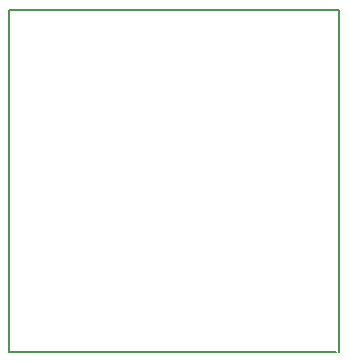
<source format=gbr>
G04 #@! TF.GenerationSoftware,KiCad,Pcbnew,(5.99.0-9812-gfee3c41c40)*
G04 #@! TF.CreationDate,2021-03-20T22:32:52-07:00*
G04 #@! TF.ProjectId,homebreakout,686f6d65-6272-4656-916b-6f75742e6b69,rev?*
G04 #@! TF.SameCoordinates,Original*
G04 #@! TF.FileFunction,Profile,NP*
%FSLAX46Y46*%
G04 Gerber Fmt 4.6, Leading zero omitted, Abs format (unit mm)*
G04 Created by KiCad (PCBNEW (5.99.0-9812-gfee3c41c40)) date 2021-03-20 22:32:52*
%MOMM*%
%LPD*%
G01*
G04 APERTURE LIST*
G04 #@! TA.AperFunction,Profile*
%ADD10C,0.150000*%
G04 #@! TD*
G04 APERTURE END LIST*
D10*
X149352000Y-122936000D02*
X177038000Y-122936000D01*
X177292000Y-122936000D02*
X177292000Y-93980000D01*
X177292000Y-93980000D02*
X149352000Y-93980000D01*
X149352000Y-93980000D02*
X149352000Y-122936000D01*
M02*

</source>
